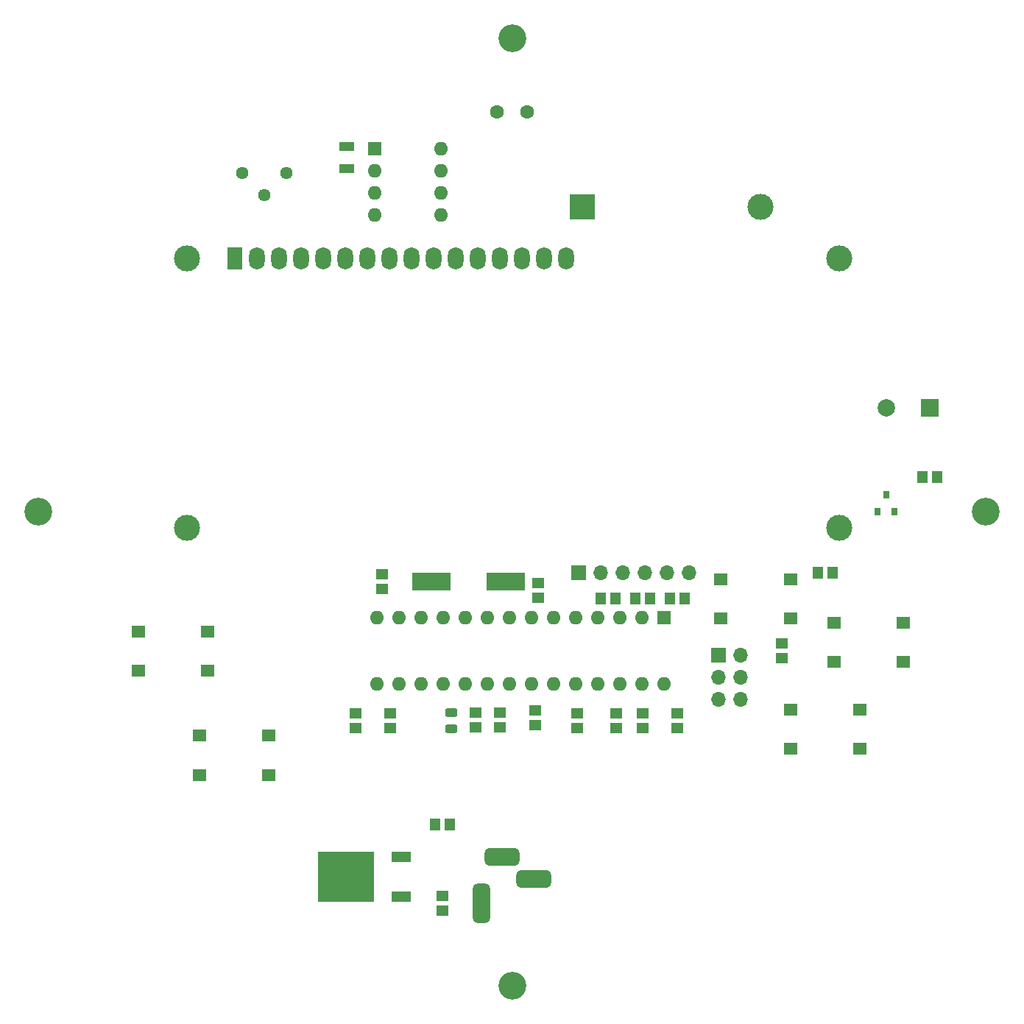
<source format=gbr>
%TF.GenerationSoftware,KiCad,Pcbnew,(6.0.5)*%
%TF.CreationDate,2022-07-18T04:00:38-05:00*%
%TF.ProjectId,First Round Clock,46697273-7420-4526-9f75-6e6420436c6f,rev?*%
%TF.SameCoordinates,PX3dc4fd0PYa381e90*%
%TF.FileFunction,Soldermask,Top*%
%TF.FilePolarity,Negative*%
%FSLAX46Y46*%
G04 Gerber Fmt 4.6, Leading zero omitted, Abs format (unit mm)*
G04 Created by KiCad (PCBNEW (6.0.5)) date 2022-07-18 04:00:38*
%MOMM*%
%LPD*%
G01*
G04 APERTURE LIST*
G04 Aperture macros list*
%AMRoundRect*
0 Rectangle with rounded corners*
0 $1 Rounding radius*
0 $2 $3 $4 $5 $6 $7 $8 $9 X,Y pos of 4 corners*
0 Add a 4 corners polygon primitive as box body*
4,1,4,$2,$3,$4,$5,$6,$7,$8,$9,$2,$3,0*
0 Add four circle primitives for the rounded corners*
1,1,$1+$1,$2,$3*
1,1,$1+$1,$4,$5*
1,1,$1+$1,$6,$7*
1,1,$1+$1,$8,$9*
0 Add four rect primitives between the rounded corners*
20,1,$1+$1,$2,$3,$4,$5,0*
20,1,$1+$1,$4,$5,$6,$7,0*
20,1,$1+$1,$6,$7,$8,$9,0*
20,1,$1+$1,$8,$9,$2,$3,0*%
G04 Aperture macros list end*
%ADD10C,3.200000*%
%ADD11R,1.400000X1.150000*%
%ADD12R,1.600000X1.400000*%
%ADD13R,4.500000X2.000000*%
%ADD14R,1.800000X1.000000*%
%ADD15R,2.200000X1.200000*%
%ADD16R,6.400000X5.800000*%
%ADD17R,1.150000X1.400000*%
%ADD18R,0.800000X0.900000*%
%ADD19C,1.600000*%
%ADD20RoundRect,0.243750X0.456250X-0.243750X0.456250X0.243750X-0.456250X0.243750X-0.456250X-0.243750X0*%
%ADD21O,1.700000X1.700000*%
%ADD22R,1.700000X1.700000*%
%ADD23R,1.600000X1.600000*%
%ADD24O,1.600000X1.600000*%
%ADD25C,3.000000*%
%ADD26O,1.800000X2.600000*%
%ADD27R,1.800000X2.600000*%
%ADD28RoundRect,0.500000X-0.500000X1.750000X-0.500000X-1.750000X0.500000X-1.750000X0.500000X1.750000X0*%
%ADD29RoundRect,0.500000X-1.500000X-0.500000X1.500000X-0.500000X1.500000X0.500000X-1.500000X0.500000X0*%
%ADD30C,2.000000*%
%ADD31R,2.000000X2.000000*%
%ADD32R,3.000000X3.000000*%
%ADD33C,1.440000*%
G04 APERTURE END LIST*
D10*
%TO.C,H4*%
X30730000Y71450000D03*
%TD*%
D11*
%TO.C,R14*%
X92710000Y46600000D03*
X92710000Y48300000D03*
%TD*%
D12*
%TO.C,SW4*%
X49230000Y41200000D03*
X57230000Y41200000D03*
X49230000Y45700000D03*
X57230000Y45700000D03*
%TD*%
D13*
%TO.C,Y1*%
X75980000Y63450000D03*
X84480000Y63450000D03*
%TD*%
D14*
%TO.C,Y2*%
X66230000Y110950000D03*
X66230000Y113450000D03*
%TD*%
D15*
%TO.C,U1*%
X72430000Y27170000D03*
D16*
X66130000Y29450000D03*
D15*
X72430000Y31730000D03*
%TD*%
D11*
%TO.C,R13*%
X71230000Y46600000D03*
X71230000Y48300000D03*
%TD*%
D17*
%TO.C,R1*%
X99380000Y61450000D03*
X101080000Y61450000D03*
%TD*%
%TO.C,C1*%
X103380000Y61450000D03*
X105080000Y61450000D03*
%TD*%
D11*
%TO.C,C6*%
X70230000Y64300000D03*
X70230000Y62600000D03*
%TD*%
%TO.C,R7*%
X116230000Y54600000D03*
X116230000Y56300000D03*
%TD*%
D18*
%TO.C,Q1*%
X127280000Y71450000D03*
X129180000Y71450000D03*
X128230000Y73450000D03*
%TD*%
D11*
%TO.C,C5*%
X83820000Y48348000D03*
X83820000Y46648000D03*
%TD*%
D12*
%TO.C,SW1*%
X117230000Y63700000D03*
X109230000Y63700000D03*
X117230000Y59200000D03*
X109230000Y59200000D03*
%TD*%
D11*
%TO.C,R3*%
X104230000Y46600000D03*
X104230000Y48300000D03*
%TD*%
D19*
%TO.C,R9*%
X83505000Y117450000D03*
X86905000Y117450000D03*
%TD*%
D20*
%TO.C,D1*%
X78232000Y46512500D03*
X78232000Y48387500D03*
%TD*%
D17*
%TO.C,R5*%
X132380000Y75450000D03*
X134080000Y75450000D03*
%TD*%
D11*
%TO.C,R6*%
X81026000Y46648000D03*
X81026000Y48348000D03*
%TD*%
%TO.C,R4*%
X100230000Y48300000D03*
X100230000Y46600000D03*
%TD*%
D10*
%TO.C,H3*%
X139730000Y71450000D03*
%TD*%
D11*
%TO.C,C3*%
X77230000Y25600000D03*
X77230000Y27300000D03*
%TD*%
D21*
%TO.C,J2*%
X105580000Y64450000D03*
X103040000Y64450000D03*
X100500000Y64450000D03*
X97960000Y64450000D03*
X95420000Y64450000D03*
D22*
X92880000Y64450000D03*
%TD*%
D10*
%TO.C,H2*%
X85230000Y16950000D03*
%TD*%
D11*
%TO.C,C2*%
X88230000Y63300000D03*
X88230000Y61600000D03*
%TD*%
D23*
%TO.C,U3*%
X69430000Y113250000D03*
D24*
X69430000Y110710000D03*
X69430000Y108170000D03*
X69430000Y105630000D03*
X77050000Y105630000D03*
X77050000Y108170000D03*
X77050000Y110710000D03*
X77050000Y113250000D03*
%TD*%
D10*
%TO.C,H1*%
X85230000Y125950000D03*
%TD*%
D12*
%TO.C,SW3*%
X117230000Y44200000D03*
X125230000Y44200000D03*
X117230000Y48700000D03*
X125230000Y48700000D03*
%TD*%
D11*
%TO.C,R10*%
X97230000Y48300000D03*
X97230000Y46600000D03*
%TD*%
D17*
%TO.C,R2*%
X95380000Y61450000D03*
X97080000Y61450000D03*
%TD*%
D22*
%TO.C,J3*%
X108955000Y54975000D03*
D21*
X111495000Y54975000D03*
X108955000Y52435000D03*
X111495000Y52435000D03*
X108955000Y49895000D03*
X111495000Y49895000D03*
%TD*%
D11*
%TO.C,R11*%
X67230000Y46600000D03*
X67230000Y48300000D03*
%TD*%
D17*
%TO.C,C4*%
X76380000Y35450000D03*
X78080000Y35450000D03*
%TD*%
D12*
%TO.C,SW2*%
X42230000Y53200000D03*
X50230000Y53200000D03*
X42230000Y57700000D03*
X50230000Y57700000D03*
%TD*%
%TO.C,SW5*%
X122230000Y54200000D03*
X130230000Y54200000D03*
X122230000Y58700000D03*
X130230000Y58700000D03*
%TD*%
D25*
%TO.C,DS1*%
X122869400Y100625300D03*
X122868880Y69624600D03*
X47870300Y69624600D03*
X47870300Y100625300D03*
D26*
X91469400Y100625300D03*
X88929400Y100625300D03*
X86389400Y100625300D03*
X83849400Y100625300D03*
X81309400Y100625300D03*
X78769400Y100625300D03*
X76229400Y100625300D03*
X73689400Y100625300D03*
X71149400Y100625300D03*
X68609400Y100625300D03*
X66069400Y100625300D03*
X63529400Y100625300D03*
X60989400Y100625300D03*
X58449400Y100625300D03*
X55909400Y100625300D03*
D27*
X53369400Y100625300D03*
%TD*%
D23*
%TO.C,U2*%
X102730000Y59250000D03*
D24*
X100190000Y59250000D03*
X97650000Y59250000D03*
X95110000Y59250000D03*
X92570000Y59250000D03*
X90030000Y59250000D03*
X87490000Y59250000D03*
X84950000Y59250000D03*
X82410000Y59250000D03*
X79870000Y59250000D03*
X77330000Y59250000D03*
X74790000Y59250000D03*
X72250000Y59250000D03*
X69710000Y59250000D03*
X69710000Y51630000D03*
X72250000Y51630000D03*
X74790000Y51630000D03*
X77330000Y51630000D03*
X79870000Y51630000D03*
X82410000Y51630000D03*
X84950000Y51630000D03*
X87490000Y51630000D03*
X90030000Y51630000D03*
X92570000Y51630000D03*
X95110000Y51630000D03*
X97650000Y51630000D03*
X100190000Y51630000D03*
X102730000Y51630000D03*
%TD*%
D17*
%TO.C,R8*%
X120380000Y64450000D03*
X122080000Y64450000D03*
%TD*%
D11*
%TO.C,R12*%
X87884000Y46902000D03*
X87884000Y48602000D03*
%TD*%
D28*
%TO.C,J1*%
X81730000Y26450000D03*
D29*
X84030000Y31750000D03*
X87730000Y29250000D03*
%TD*%
D30*
%TO.C,BZ1*%
X128230000Y83450000D03*
D31*
X133230000Y83450000D03*
%TD*%
D32*
%TO.C,BT1*%
X93288314Y106553000D03*
D25*
X113778314Y106553000D03*
%TD*%
D33*
%TO.C,RV1*%
X59230000Y110450000D03*
X56690000Y107910000D03*
X54150000Y110450000D03*
%TD*%
M02*

</source>
